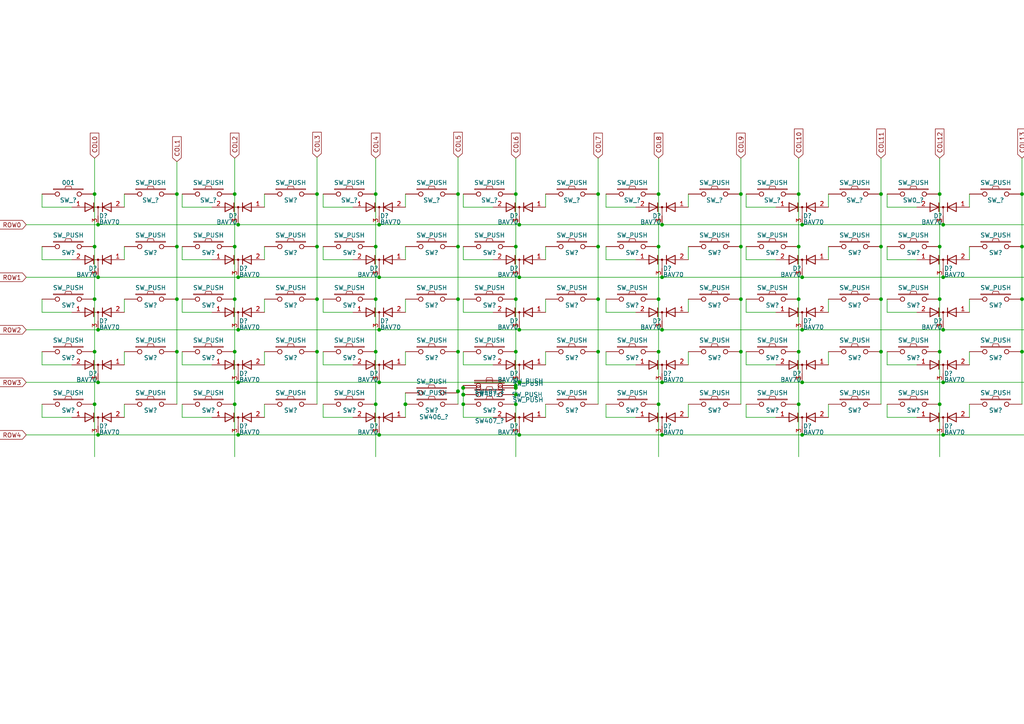
<source format=kicad_sch>
(kicad_sch (version 20211123) (generator eeschema)
  (paper "A4")
  (junction (at 232.664 126.1364))
  (junction (at 192.024 65.1764))
  (junction (at 109.982 126.1364))
  (junction (at 232.664 110.8964))
  (junction (at 109.982 80.4164))
  (junction (at 28.448 80.4164))
  (junction (at 28.448 126.1364))
  (junction (at 149.606 71.5264))
  (junction (at 191.008 86.7664))
  (junction (at 91.948 71.5264))
  (junction (at 108.966 56.2864))
  (junction (at 134.3914 114.4524))
  (junction (at 255.524 71.5264))
  (junction (at 27.432 86.7664))
  (junction (at 109.982 95.6564))
  (junction (at 192.024 110.8964))
  (junction (at 28.448 110.8964))
  (junction (at 273.558 65.1764))
  (junction (at 108.966 117.2464))
  (junction (at 149.606 114.4524))
  (junction (at 191.008 56.2864))
  (junction (at 272.542 117.2464))
  (junction (at 69.088 110.8964))
  (junction (at 173.482 71.5264))
  (junction (at 28.448 65.1764))
  (junction (at 27.432 56.2864))
  (junction (at 214.884 102.0064))
  (junction (at 108.966 102.0064))
  (junction (at 108.966 86.7664))
  (junction (at 173.482 102.0064))
  (junction (at 69.088 80.4164))
  (junction (at 296.418 56.2864))
  (junction (at 68.072 86.7664))
  (junction (at 231.648 117.2464))
  (junction (at 149.606 111.8108))
  (junction (at 134.366 114.4524))
  (junction (at 51.308 86.7664))
  (junction (at 27.432 71.5264))
  (junction (at 134.3152 112.4966))
  (junction (at 214.884 56.2864))
  (junction (at 255.524 102.0064))
  (junction (at 149.606 102.0064))
  (junction (at 313.182 56.2864))
  (junction (at 150.622 80.4164))
  (junction (at 149.5552 111.8108))
  (junction (at 132.842 86.7664))
  (junction (at 132.842 102.0064))
  (junction (at 173.482 86.7664))
  (junction (at 150.622 95.6564))
  (junction (at 296.418 102.0064))
  (junction (at 273.558 95.6564))
  (junction (at 231.648 71.5264))
  (junction (at 91.948 102.0064))
  (junction (at 108.966 71.5264))
  (junction (at 273.558 126.1364))
  (junction (at 134.3406 114.4524))
  (junction (at 231.648 56.2864))
  (junction (at 191.008 102.0064))
  (junction (at 68.072 71.5264))
  (junction (at 273.558 110.8964))
  (junction (at 132.842 71.5264))
  (junction (at 149.606 117.2464))
  (junction (at 255.524 56.2864))
  (junction (at 132.842 56.2864))
  (junction (at 191.008 117.2464))
  (junction (at 134.366 117.2464))
  (junction (at 214.884 71.5264))
  (junction (at 69.088 65.1764))
  (junction (at 149.606 56.2864))
  (junction (at 231.648 86.7664))
  (junction (at 273.558 80.4164))
  (junction (at 51.308 71.5264))
  (junction (at 231.648 102.0064))
  (junction (at 149.5806 112.4966))
  (junction (at 69.088 126.1364))
  (junction (at 150.622 110.8964))
  (junction (at 149.606 86.7664))
  (junction (at 149.606 112.4966))
  (junction (at 68.072 56.2864))
  (junction (at 132.8166 113.4872))
  (junction (at 69.088 95.6564))
  (junction (at 51.308 102.0064))
  (junction (at 91.948 56.2864))
  (junction (at 117.5766 117.2464))
  (junction (at 68.072 117.2464))
  (junction (at 109.982 110.8964))
  (junction (at 91.948 86.7664))
  (junction (at 51.308 56.2864))
  (junction (at 150.622 65.1764))
  (junction (at 214.884 86.7664))
  (junction (at 313.182 71.5264))
  (junction (at 134.3406 112.4966))
  (junction (at 272.542 86.7664))
  (junction (at 272.542 56.2864))
  (junction (at 173.482 56.2864))
  (junction (at 192.024 80.4164))
  (junction (at 109.982 65.1764))
  (junction (at 192.024 95.6564))
  (junction (at 191.008 71.5264))
  (junction (at 68.072 102.0064))
  (junction (at 27.432 117.2464))
  (junction (at 27.432 102.0064))
  (junction (at 232.664 65.1764))
  (junction (at 117.602 117.2464))
  (junction (at 272.542 102.0064))
  (junction (at 150.622 126.1364))
  (junction (at 272.542 71.5264))
  (junction (at 232.664 95.6564))
  (junction (at 296.418 86.7664))
  (junction (at 132.842 113.4872))
  (junction (at 255.524 86.7664))
  (junction (at 313.182 86.7664))
  (junction (at 313.182 102.0064))
  (junction (at 192.024 126.1364))
  (junction (at 232.664 80.4164))
  (junction (at 28.448 95.6564))
  (junction (at 296.418 71.5264))
  (junction (at 313.182 117.2464))
  (wire (pts (xy 297.942 102.0064) (xy 297.942 105.8164)))
  (wire (pts (xy 117.5766 113.9444) (xy 117.5766 117.2464)))
  (wire (pts (xy 297.942 56.2864) (xy 297.942 60.0964)))
  (wire (pts (xy 93.726 102.0064) (xy 93.726 105.8164)))
  (wire (pts (xy 93.726 71.5264) (xy 93.726 75.3364)))
  (wire (pts (xy 216.408 75.3364) (xy 225.044 75.3364)))
  (wire (pts (xy 149.5552 111.8108) (xy 149.606 111.8108)))
  (wire (pts (xy 149.5806 112.4966) (xy 149.606 112.4966)))
  (wire (pts (xy 117.602 71.5264) (xy 117.602 75.3364)))
  (wire (pts (xy 216.408 90.5764) (xy 225.044 90.5764)))
  (wire (pts (xy 273.558 126.1364) (xy 314.198 126.1364)))
  (wire (pts (xy 216.408 56.2864) (xy 216.408 60.0964)))
  (wire (pts (xy 150.622 110.8964) (xy 192.024 110.8964)))
  (wire (pts (xy 68.072 45.8724) (xy 68.072 56.2864)))
  (wire (pts (xy 175.768 105.8164) (xy 184.404 105.8164)))
  (wire (pts (xy 27.432 117.2464) (xy 27.432 132.4864)))
  (wire (pts (xy 52.832 86.7664) (xy 52.832 90.5764)))
  (wire (pts (xy 199.644 86.7664) (xy 199.644 90.5764)))
  (wire (pts (xy 191.008 102.0064) (xy 191.008 117.2464)))
  (wire (pts (xy 231.648 56.2864) (xy 231.648 71.5264)))
  (wire (pts (xy 255.524 56.2864) (xy 255.524 71.5264)))
  (wire (pts (xy 117.5766 117.2464) (xy 117.602 117.2464)))
  (wire (pts (xy 28.448 110.8964) (xy 69.088 110.8964)))
  (wire (pts (xy 150.622 126.1364) (xy 192.024 126.1364)))
  (wire (pts (xy 28.448 126.1364) (xy 69.088 126.1364)))
  (wire (pts (xy 132.842 102.0064) (xy 132.842 113.4872)))
  (wire (pts (xy 296.418 102.0064) (xy 296.418 117.2464)))
  (wire (pts (xy 216.408 105.8164) (xy 225.044 105.8164)))
  (wire (pts (xy 52.832 102.0064) (xy 52.832 105.8164)))
  (wire (pts (xy 52.832 56.2864) (xy 52.832 60.0964)))
  (wire (pts (xy 281.178 86.7664) (xy 281.178 90.5764)))
  (wire (pts (xy 134.366 102.0064) (xy 134.366 105.8164)))
  (wire (pts (xy 214.884 71.5264) (xy 214.884 86.7664)))
  (wire (pts (xy 158.242 71.5264) (xy 158.242 75.3364)))
  (wire (pts (xy 69.088 110.8964) (xy 109.982 110.8964)))
  (wire (pts (xy 257.302 102.0064) (xy 257.302 105.8164)))
  (wire (pts (xy 232.664 65.1764) (xy 273.558 65.1764)))
  (wire (pts (xy 27.432 45.8724) (xy 27.432 56.2864)))
  (wire (pts (xy 27.432 56.2864) (xy 27.432 71.5264)))
  (wire (pts (xy 199.644 102.0064) (xy 199.644 105.8164)))
  (wire (pts (xy 313.182 71.5264) (xy 313.182 86.7664)))
  (wire (pts (xy 134.366 105.8164) (xy 143.002 105.8164)))
  (wire (pts (xy 108.966 45.8724) (xy 108.966 56.2864)))
  (wire (pts (xy 51.308 56.2864) (xy 51.308 71.5264)))
  (wire (pts (xy 93.726 90.5764) (xy 102.362 90.5764)))
  (wire (pts (xy 257.302 86.7664) (xy 257.302 90.5764)))
  (wire (pts (xy 52.832 71.5264) (xy 52.832 75.3364)))
  (wire (pts (xy 149.606 56.2864) (xy 149.606 71.5264)))
  (wire (pts (xy 214.884 86.7664) (xy 214.884 102.0064)))
  (wire (pts (xy 191.008 45.8724) (xy 191.008 56.2864)))
  (wire (pts (xy 216.408 71.5264) (xy 216.408 75.3364)))
  (wire (pts (xy 76.708 117.2464) (xy 76.708 121.0564)))
  (wire (pts (xy 51.308 71.5264) (xy 51.308 86.7664)))
  (wire (pts (xy 108.966 56.2864) (xy 108.966 71.5264)))
  (wire (pts (xy 132.842 45.6184) (xy 132.842 56.2864)))
  (wire (pts (xy 132.842 86.7664) (xy 132.842 102.0064)))
  (wire (pts (xy 192.024 110.8964) (xy 232.664 110.8964)))
  (wire (pts (xy 255.524 71.5264) (xy 255.524 86.7664)))
  (wire (pts (xy 28.448 95.6564) (xy 69.088 95.6564)))
  (wire (pts (xy 199.644 117.2464) (xy 199.644 121.0564)))
  (wire (pts (xy 134.366 114.4524) (xy 134.366 117.2464)))
  (wire (pts (xy 199.644 71.5264) (xy 199.644 75.3364)))
  (wire (pts (xy 175.768 71.5264) (xy 175.768 75.3364)))
  (wire (pts (xy 36.068 56.2864) (xy 36.068 60.0964)))
  (wire (pts (xy 273.558 95.6564) (xy 314.198 95.6564)))
  (wire (pts (xy 192.024 126.1364) (xy 232.664 126.1364)))
  (wire (pts (xy 175.768 90.5764) (xy 184.404 90.5764)))
  (wire (pts (xy 36.068 86.7664) (xy 36.068 90.5764)))
  (wire (pts (xy 91.948 102.0064) (xy 91.948 117.2464)))
  (wire (pts (xy 108.966 117.2464) (xy 108.966 132.4864)))
  (wire (pts (xy 257.302 117.2464) (xy 257.302 121.0564)))
  (wire (pts (xy 313.182 117.2464) (xy 313.182 132.4864)))
  (wire (pts (xy 191.008 71.5264) (xy 191.008 86.7664)))
  (wire (pts (xy 117.602 56.2864) (xy 117.602 60.0964)))
  (wire (pts (xy 27.432 71.5264) (xy 27.432 86.7664)))
  (wire (pts (xy 273.558 110.8964) (xy 314.198 110.8964)))
  (wire (pts (xy 297.942 105.8164) (xy 306.578 105.8164)))
  (wire (pts (xy 257.302 90.5764) (xy 265.938 90.5764)))
  (wire (pts (xy 91.948 86.7664) (xy 91.948 102.0064)))
  (wire (pts (xy 149.606 86.7664) (xy 149.606 102.0064)))
  (wire (pts (xy 132.842 113.4872) (xy 132.842 117.2464)))
  (wire (pts (xy 297.942 86.7664) (xy 297.942 90.5764)))
  (wire (pts (xy 132.8166 113.4872) (xy 132.842 113.4872)))
  (wire (pts (xy 68.072 117.2464) (xy 68.072 132.4864)))
  (wire (pts (xy 175.768 75.3364) (xy 184.404 75.3364)))
  (wire (pts (xy 134.3406 114.4524) (xy 134.366 114.4524)))
  (wire (pts (xy 149.606 71.5264) (xy 149.606 86.7664)))
  (wire (pts (xy 149.606 117.2464) (xy 149.606 132.4864)))
  (wire (pts (xy 69.088 126.1364) (xy 109.982 126.1364)))
  (wire (pts (xy 281.178 56.2864) (xy 281.178 60.0964)))
  (wire (pts (xy 216.408 121.0564) (xy 225.044 121.0564)))
  (wire (pts (xy 281.178 117.2464) (xy 281.178 121.0564)))
  (wire (pts (xy 132.842 71.5264) (xy 132.842 86.7664)))
  (wire (pts (xy 173.482 71.5264) (xy 173.482 86.7664)))
  (wire (pts (xy 272.542 56.2864) (xy 272.542 71.5264)))
  (wire (pts (xy 231.648 86.7664) (xy 231.648 102.0064)))
  (wire (pts (xy 175.768 121.0564) (xy 184.404 121.0564)))
  (wire (pts (xy 313.182 56.2864) (xy 313.182 71.5264)))
  (wire (pts (xy 232.664 110.8964) (xy 273.558 110.8964)))
  (wire (pts (xy 175.768 102.0064) (xy 175.768 105.8164)))
  (wire (pts (xy 231.648 117.2464) (xy 231.648 132.4864)))
  (wire (pts (xy 108.966 86.7664) (xy 108.966 102.0064)))
  (wire (pts (xy 272.542 86.7664) (xy 272.542 102.0064)))
  (wire (pts (xy 150.622 65.1764) (xy 192.024 65.1764)))
  (wire (pts (xy 313.182 45.8724) (xy 313.182 56.2864)))
  (wire (pts (xy 93.726 56.2864) (xy 93.726 60.0964)))
  (wire (pts (xy 240.284 117.2464) (xy 240.284 121.0564)))
  (wire (pts (xy 216.408 60.0964) (xy 225.044 60.0964)))
  (wire (pts (xy 297.942 121.0564) (xy 306.578 121.0564)))
  (wire (pts (xy 76.708 86.7664) (xy 76.708 90.5764)))
  (wire (pts (xy 12.192 86.7664) (xy 12.192 90.5764)))
  (wire (pts (xy 68.072 102.0064) (xy 68.072 117.2464)))
  (wire (pts (xy 232.664 80.4164) (xy 273.558 80.4164)))
  (wire (pts (xy 108.966 102.0064) (xy 108.966 117.2464)))
  (wire (pts (xy 134.3152 112.4966) (xy 134.3406 112.4966)))
  (wire (pts (xy 109.982 95.6564) (xy 150.622 95.6564)))
  (wire (pts (xy 68.072 56.2864) (xy 68.072 71.5264)))
  (wire (pts (xy 52.832 121.0564) (xy 61.468 121.0564)))
  (wire (pts (xy 191.008 117.2464) (xy 191.008 132.4864)))
  (wire (pts (xy 52.832 105.8164) (xy 61.468 105.8164)))
  (wire (pts (xy 192.024 95.6564) (xy 232.664 95.6564)))
  (wire (pts (xy 257.302 105.8164) (xy 265.938 105.8164)))
  (wire (pts (xy 69.088 80.4164) (xy 109.982 80.4164)))
  (wire (pts (xy 134.3406 112.4966) (xy 134.3406 114.4524)))
  (wire (pts (xy 150.622 80.4164) (xy 192.024 80.4164)))
  (wire (pts (xy 175.768 56.2864) (xy 175.768 60.0964)))
  (wire (pts (xy 7.62 65.1764) (xy 28.448 65.1764)))
  (wire (pts (xy 313.182 102.0064) (xy 313.182 117.2464)))
  (wire (pts (xy 296.418 56.2864) (xy 296.418 71.5264)))
  (wire (pts (xy 216.408 86.7664) (xy 216.408 90.5764)))
  (wire (pts (xy 232.664 95.6564) (xy 273.558 95.6564)))
  (wire (pts (xy 93.726 75.3364) (xy 102.362 75.3364)))
  (wire (pts (xy 52.832 75.3364) (xy 61.468 75.3364)))
  (wire (pts (xy 214.884 56.2864) (xy 214.884 45.8724)))
  (wire (pts (xy 134.366 75.3364) (xy 143.002 75.3364)))
  (wire (pts (xy 51.308 102.0064) (xy 51.308 117.2464)))
  (wire (pts (xy 134.3152 111.8108) (xy 134.3152 112.4966)))
  (wire (pts (xy 214.884 56.2864) (xy 214.884 71.5264)))
  (wire (pts (xy 93.726 86.7664) (xy 93.726 90.5764)))
  (wire (pts (xy 192.024 65.1764) (xy 232.664 65.1764)))
  (wire (pts (xy 7.62 80.4164) (xy 28.448 80.4164)))
  (wire (pts (xy 134.366 56.2864) (xy 134.366 60.0964)))
  (wire (pts (xy 257.302 71.5264) (xy 257.302 75.3364)))
  (wire (pts (xy 216.408 102.0064) (xy 216.408 105.8164)))
  (wire (pts (xy 158.242 86.7664) (xy 158.242 90.5764)))
  (wire (pts (xy 7.62 110.8964) (xy 28.448 110.8964)))
  (wire (pts (xy 134.366 86.7664) (xy 134.366 90.5764)))
  (wire (pts (xy 117.602 102.0064) (xy 117.602 105.8164)))
  (wire (pts (xy 93.726 60.0964) (xy 102.362 60.0964)))
  (wire (pts (xy 158.242 56.2864) (xy 158.242 60.0964)))
  (wire (pts (xy 173.482 56.2864) (xy 173.482 71.5264)))
  (wire (pts (xy 109.982 65.1764) (xy 150.622 65.1764)))
  (wire (pts (xy 12.192 121.0564) (xy 20.828 121.0564)))
  (wire (pts (xy 257.302 75.3364) (xy 265.938 75.3364)))
  (wire (pts (xy 240.284 56.2864) (xy 240.284 60.0964)))
  (wire (pts (xy 173.482 102.0064) (xy 173.482 117.2464)))
  (wire (pts (xy 93.726 117.2464) (xy 93.726 121.0564)))
  (wire (pts (xy 91.948 71.5264) (xy 91.948 86.7664)))
  (wire (pts (xy 199.644 56.2864) (xy 199.644 60.0964)))
  (wire (pts (xy 36.068 102.0064) (xy 36.068 105.8164)))
  (wire (pts (xy 281.178 102.0064) (xy 281.178 105.8164)))
  (wire (pts (xy 240.284 102.0064) (xy 240.284 105.8164)))
  (wire (pts (xy 134.366 71.5264) (xy 134.366 75.3364)))
  (wire (pts (xy 149.606 111.8108) (xy 149.606 112.4966)))
  (wire (pts (xy 149.606 114.4524) (xy 149.606 117.2464)))
  (wire (pts (xy 134.366 121.0564) (xy 143.002 121.0564)))
  (wire (pts (xy 134.366 117.2464) (xy 134.366 121.0564)))
  (wire (pts (xy 297.942 90.5764) (xy 306.578 90.5764)))
  (wire (pts (xy 173.482 45.8724) (xy 173.482 56.2864)))
  (wire (pts (xy 91.948 45.6184) (xy 91.948 56.2864)))
  (wire (pts (xy 175.768 60.0964) (xy 184.404 60.0964)))
  (wire (pts (xy 91.948 56.2864) (xy 91.948 71.5264)))
  (wire (pts (xy 272.542 45.8724) (xy 272.542 56.2864)))
  (wire (pts (xy 232.664 126.1364) (xy 273.558 126.1364)))
  (wire (pts (xy 27.432 86.7664) (xy 27.432 102.0064)))
  (wire (pts (xy 175.768 117.2464) (xy 175.768 121.0564)))
  (wire (pts (xy 108.966 71.5264) (xy 108.966 86.7664)))
  (wire (pts (xy 255.524 86.7664) (xy 255.524 102.0064)))
  (wire (pts (xy 12.192 75.3364) (xy 20.828 75.3364)))
  (wire (pts (xy 297.942 117.2464) (xy 297.942 121.0564)))
  (wire (pts (xy 109.982 80.4164) (xy 150.622 80.4164)))
  (wire (pts (xy 313.182 86.7664) (xy 313.182 102.0064)))
  (wire (pts (xy 297.942 71.5264) (xy 297.942 75.3364)))
  (wire (pts (xy 150.622 95.6564) (xy 192.024 95.6564)))
  (wire (pts (xy 134.366 114.4524) (xy 134.3914 114.4524)))
  (wire (pts (xy 12.192 117.2464) (xy 12.192 121.0564)))
  (wire (pts (xy 175.768 86.7664) (xy 175.768 90.5764)))
  (wire (pts (xy 296.418 86.7664) (xy 296.418 102.0064)))
  (wire (pts (xy 76.708 56.2864) (xy 76.708 60.0964)))
  (wire (pts (xy 272.542 117.2464) (xy 272.542 132.4864)))
  (wire (pts (xy 296.418 71.5264) (xy 296.418 86.7664)))
  (wire (pts (xy 52.832 90.5764) (xy 61.468 90.5764)))
  (wire (pts (xy 255.524 56.2864) (xy 255.524 45.8724)))
  (wire (pts (xy 216.408 117.2464) (xy 216.408 121.0564)))
  (wire (pts (xy 76.708 102.0064) (xy 76.708 105.8164)))
  (wire (pts (xy 273.558 65.1764) (xy 314.198 65.1764)))
  (wire (pts (xy 191.008 86.7664) (xy 191.008 102.0064)))
  (wire (pts (xy 69.088 65.1764) (xy 109.982 65.1764)))
  (wire (pts (xy 12.192 102.0064) (xy 12.192 105.8164)))
  (wire (pts (xy 36.068 71.5264) (xy 36.068 75.3364)))
  (wire (pts (xy 240.284 86.7664) (xy 240.284 90.5764)))
  (wire (pts (xy 52.832 117.2464) (xy 52.832 121.0564)))
  (wire (pts (xy 257.302 121.0564) (xy 265.938 121.0564)))
  (wire (pts (xy 214.884 102.0064) (xy 214.884 117.2464)))
  (wire (pts (xy 240.284 71.5264) (xy 240.284 75.3364)))
  (wire (pts (xy 51.308 86.7664) (xy 51.308 102.0064)))
  (wire (pts (xy 231.648 102.0064) (xy 231.648 117.2464)))
  (wire (pts (xy 68.072 71.5264) (xy 68.072 86.7664)))
  (wire (pts (xy 191.008 56.2864) (xy 191.008 71.5264)))
  (wire (pts (xy 273.558 80.4164) (xy 314.198 80.4164)))
  (wire (pts (xy 12.192 71.5264) (xy 12.192 75.3364)))
  (wire (pts (xy 134.366 60.0964) (xy 143.002 60.0964)))
  (wire (pts (xy 109.982 126.1364) (xy 150.622 126.1364)))
  (wire (pts (xy 257.302 56.2864) (xy 257.302 60.0964)))
  (wire (pts (xy 272.542 102.0064) (xy 272.542 117.2464)))
  (wire (pts (xy 12.192 90.5764) (xy 20.828 90.5764)))
  (wire (pts (xy 68.072 86.7664) (xy 68.072 102.0064)))
  (wire (pts (xy 132.842 56.2864) (xy 132.842 71.5264)))
  (wire (pts (xy 149.606 112.4966) (xy 149.606 114.4524)))
  (wire (pts (xy 231.648 45.8724) (xy 231.648 56.2864)))
  (wire (pts (xy 281.178 71.5264) (xy 281.178 75.3364)))
  (wire (pts (xy 12.192 105.8164) (xy 20.828 105.8164)))
  (wire (pts (xy 27.432 102.0064) (xy 27.432 117.2464)))
  (wire (pts (xy 149.606 45.8724) (xy 149.606 56.2864)))
  (wire (pts (xy 76.708 71.5264) (xy 76.708 75.3364)))
  (wire (pts (xy 12.192 56.2864) (xy 12.192 60.0964)))
  (wire (pts (xy 7.62 95.6564) (xy 28.448 95.6564)))
  (wire (pts (xy 257.302 60.0964) (xy 265.938 60.0964)))
  (wire (pts (xy 231.648 71.5264) (xy 231.648 86.7664)))
  (wire (pts (xy 93.726 105.8164) (xy 102.362 105.8164)))
  (wire (pts (xy 272.542 71.5264) (xy 272.542 86.7664)))
  (wire (pts (xy 255.524 102.0064) (xy 255.524 117.2464)))
  (wire (pts (xy 36.068 117.2464) (xy 36.068 121.0564)))
  (wire (pts (xy 192.024 80.4164) (xy 232.664 80.4164)))
  (wire (pts (xy 149.606 102.0064) (xy 149.606 111.8108)))
  (wire (pts (xy 7.62 126.1364) (xy 28.448 126.1364)))
  (wire (pts (xy 134.366 90.5764) (xy 143.002 90.5764)))
  (wire (pts (xy 28.448 80.4164) (xy 69.088 80.4164)))
  (wire (pts (xy 28.448 65.1764) (xy 69.088 65.1764)))
  (wire (pts (xy 51.308 46.8884) (xy 51.308 56.2864)))
  (wire (pts (xy 297.942 60.0964) (xy 306.578 60.0964)))
  (wire (pts (xy 297.942 75.3364) (xy 306.578 75.3364)))
  (wire (pts (xy 117.602 117.2464) (xy 117.602 121.0564)))
  (wire (pts (xy 52.832 60.0964) (xy 61.468 60.0964)))
  (wire (pts (xy 173.482 86.7664) (xy 173.482 102.0064)))
  (wire (pts (xy 158.242 117.2464) (xy 158.242 121.0564)))
  (wire (pts (xy 132.8166 113.9444) (xy 132.8166 113.4872)))
  (wire (pts (xy 109.982 110.8964) (xy 150.622 110.8964)))
  (wire (pts (xy 158.242 102.0064) (xy 158.242 105.8164)))
  (wire (pts (xy 69.088 95.6564) (xy 109.982 95.6564)))
  (wire (pts (xy 117.602 86.7664) (xy 117.602 90.5764)))
  (wire (pts (xy 296.418 56.2864) (xy 296.418 45.8724)))
  (wire (pts (xy 12.192 60.0964) (xy 20.828 60.0964)))
  (wire (pts (xy 93.726 121.0564) (xy 102.362 121.0564)))
  (global_label "COL7" (shape input) (at 173.482 45.8724 90) (property "Intersheet References" "${INTERSHEET_REFS}" (effects hide)))
  (global_label "COL2" (shape input) (at 68.072 45.8724 90) (property "Intersheet References" "${INTERSHEET_REFS}" (effects hide)))
  (global_label "COL12" (shape input) (at 272.542 45.8724 90) (property "Intersheet References" "${INTERSHEET_REFS}" (effects hide)))
  (global_label "ROW1" (shape input) (at 7.62 80.4164 180) (property "Intersheet References" "${INTERSHEET_REFS}" (effects hide)))
  (global_label "COL4" (shape input) (at 108.966 45.8724 90) (property "Intersheet References" "${INTERSHEET_REFS}" (effects hide)))
  (global_label "COL11" (shape input) (at 255.524 45.8724 90) (property "Intersheet References" "${INTERSHEET_REFS}" (effects hide)))
  (global_label "COL3" (shape input) (at 91.948 45.6184 90) (property "Intersheet References" "${INTERSHEET_REFS}" (effects hide)))
  (global_label "ROW0" (shape input) (at 7.62 65.1764 180) (property "Intersheet References" "${INTERSHEET_REFS}" (effects hide)))
  (global_label "COL0" (shape input) (at 27.432 45.8724 90) (property "Intersheet References" "${INTERSHEET_REFS}" (effects hide)))
  (global_label "COL9" (shape input) (at 214.884 45.8724 90) (property "Intersheet References" "${INTERSHEET_REFS}" (effects hide)))
  (global_label "COL6" (shape input) (at 149.606 45.8724 90) (property "Intersheet References" "${INTERSHEET_REFS}" (effects hide)))
  (global_label "COL14" (shape input) (at 313.182 45.8724 90) (property "Intersheet References" "${INTERSHEET_REFS}" (effects hide)))
  (global_label "COL13" (shape input) (at 296.418 45.8724 90) (property "Intersheet References" "${INTERSHEET_REFS}" (effects hide)))
  (global_label "ROW4" (shape input) (at 7.62 126.1364 180) (property "Intersheet References" "${INTERSHEET_REFS}" (effects hide)))
  (global_label "COL1" (shape input) (at 51.308 46.8884 90) (property "Intersheet References" "${INTERSHEET_REFS}" (effects hide)))
  (global_label "COL5" (shape input) (at 132.842 45.6184 90) (property "Intersheet References" "${INTERSHEET_REFS}" (effects hide)))
  (global_label "COL8" (shape input) (at 191.008 45.8724 90) (property "Intersheet References" "${INTERSHEET_REFS}" (effects hide)))
  (global_label "COL10" (shape input) (at 231.648 45.8724 90) (property "Intersheet References" "${INTERSHEET_REFS}" (effects hide)))
  (global_label "ROW3" (shape input) (at 7.62 110.8964 180) (property "Intersheet References" "${INTERSHEET_REFS}" (effects hide)))
  (global_label "ROW2" (shape input) (at 7.62 95.6564 180) (property "Intersheet References" "${INTERSHEET_REFS}" (effects hide)))
  (symbol (lib_id "cipulot_parts:SW_PUSH") (at 207.264 86.7664 0) (unit 1)
    (property "Reference" "SW?" (at 207.264 88.5444 0))
    (property "Value" "SW_PUSH" (at 207.264 83.4644 0))
    (property "Footprint" "kbd:keyswitch_cherrymx_alps_combo" (effects hide))
  )
  (symbol (lib_id "Diode:BAV70") (at 232.664 90.5764 0) (unit 1)
    (property "Reference" "D?" (at 234.188 93.1164 0))
    (property "Value" "BAV70" (at 235.966 94.8944 0))
    (property "Footprint" "Package_TO_SOT_SMD:SOT-23" (effects hide))
    (property "Datasheet" "https://assets.nexperia.com/documents/data-sheet/BAV70_SER.pdf" (effects hide))
  )
  (symbol (lib_id "cipulot_parts:SW_PUSH") (at 247.904 102.0064 0) (unit 1)
    (property "Reference" "SW?" (at 247.904 103.7844 0))
    (property "Value" "SW_PUSH" (at 247.904 98.7044 0))
    (property "Footprint" "kbd:keyswitch_cherrymx_alps_combo" (effects hide))
  )
  (symbol (lib_id "cipulot_parts:SW_PUSH") (at 264.922 56.2864 0) (unit 1)
    (property "Reference" "SW0_?" (at 264.922 58.0644 0))
    (property "Value" "SW_PUSH" (at 264.922 52.9844 0))
    (property "Footprint" "kbd:keyswitch_cherrymx_alps_combo" (effects hide))
  )
  (symbol (lib_id "cipulot_parts:SW_PUSH") (at 305.562 71.5264 0) (unit 1)
    (property "Reference" "SW?" (at 305.562 73.3044 0))
    (property "Value" "SW_PUSH" (at 305.562 68.2244 0))
    (property "Footprint" "kbd:keyswitch_cherrymx_alps_combo" (effects hide))
  )
  (symbol (lib_id "cipulot_parts:SW_PUSH") (at 165.862 56.2864 0) (unit 1)
    (property "Reference" "SW_?" (at 165.862 58.0644 0))
    (property "Value" "SW_PUSH" (at 165.862 52.9844 0))
    (property "Footprint" "kbd:keyswitch_cherrymx_alps_combo" (effects hide))
  )
  (symbol (lib_id "cipulot_parts:SW_PUSH") (at 125.222 71.5264 0) (unit 1)
    (property "Reference" "SW?" (at 125.222 73.3044 0))
    (property "Value" "SW_PUSH" (at 125.222 68.2244 0))
    (property "Footprint" "kbd:keyswitch_cherrymx_alps_combo" (effects hide))
  )
  (symbol (lib_id "cipulot_parts:SW_PUSH") (at 43.688 71.5264 0) (unit 1)
    (property "Reference" "SW?" (at 43.688 73.3044 0))
    (property "Value" "SW_PUSH" (at 43.688 68.2244 0))
    (property "Footprint" "kbd:keyswitch_cherrymx_alps_combo" (effects hide))
  )
  (symbol (lib_id "cipulot_parts:SW_PUSH") (at 207.264 102.0064 0) (unit 1)
    (property "Reference" "SW?" (at 207.264 103.7844 0))
    (property "Value" "SW_PUSH" (at 207.264 98.7044 0))
    (property "Footprint" "kbd:keyswitch_cherrymx_alps_combo" (effects hide))
  )
  (symbol (lib_id "cipulot_parts:SW_PUSH") (at 141.986 114.4524 0) (unit 1)
    (property "Reference" "SW407_?" (at 141.986 122.0724 0))
    (property "Value" "SW_PUSH" (at 152.908 114.4524 0))
    (property "Footprint" "kbd:keyswitch_cherrymx_alps_combo" (effects hide))
  )
  (symbol (lib_id "cipulot_parts:SW_PUSH") (at 19.812 117.2464 0) (unit 1)
    (property "Reference" "SW?" (at 19.812 119.0244 0))
    (property "Value" "SW_PUSH" (at 19.812 113.9444 0))
    (property "Footprint" "kbd:keyswitch_cherrymx_alps_combo" (effects hide))
  )
  (symbol (lib_id "Diode:BAV70") (at 192.024 105.8164 0) (unit 1)
    (property "Reference" "D?" (at 193.548 108.3564 0))
    (property "Value" "BAV70" (at 195.326 110.1344 0))
    (property "Footprint" "Package_TO_SOT_SMD:SOT-23" (effects hide))
    (property "Datasheet" "https://assets.nexperia.com/documents/data-sheet/BAV70_SER.pdf" (effects hide))
  )
  (symbol (lib_id "cipulot_parts:SW_PUSH") (at 43.688 117.2464 0) (unit 1)
    (property "Reference" "SW?" (at 43.688 119.0244 0))
    (property "Value" "SW_PUSH" (at 43.688 113.9444 0))
    (property "Footprint" "kbd:keyswitch_cherrymx_alps_combo" (effects hide))
  )
  (symbol (lib_id "cipulot_parts:SW_PUSH") (at 247.904 71.5264 0) (unit 1)
    (property "Reference" "SW?" (at 247.904 73.3044 0))
    (property "Value" "SW_PUSH" (at 247.904 68.2244 0))
    (property "Footprint" "kbd:keyswitch_cherrymx_alps_combo" (effects hide))
  )
  (symbol (lib_id "Diode:BAV70") (at 273.558 90.5764 0) (mirror y) (unit 1)
    (property "Reference" "D?" (at 272.034 93.1164 0))
    (property "Value" "BAV70" (at 270.256 94.8944 0))
    (property "Footprint" "Package_TO_SOT_SMD:SOT-23" (effects hide))
    (property "Datasheet" "https://assets.nexperia.com/documents/data-sheet/BAV70_SER.pdf" (effects hide))
  )
  (symbol (lib_id "Diode:BAV70") (at 28.448 60.0964 0) (unit 1)
    (property "Reference" "D?" (at 29.972 62.6364 0))
    (property "Value" "BAV70" (at 31.75 64.4144 0))
    (property "Footprint" "Package_TO_SOT_SMD:SOT-23" (effects hide))
    (property "Datasheet" "https://assets.nexperia.com/documents/data-sheet/BAV70_SER.pdf" (effects hide))
  )
  (symbol (lib_id "Diode:BAV70") (at 273.558 121.0564 0) (unit 1)
    (property "Reference" "D?" (at 275.082 123.5964 0))
    (property "Value" "BAV70" (at 276.86 125.3744 0))
    (property "Footprint" "Package_TO_SOT_SMD:SOT-23" (effects hide))
    (property "Datasheet" "https://assets.nexperia.com/documents/data-sheet/BAV70_SER.pdf" (effects hide))
  )
  (symbol (lib_id "cipulot_parts:SW_PUSH") (at 247.904 86.7664 0) (unit 1)
    (property "Reference" "SW?" (at 247.904 88.5444 0))
    (property "Value" "SW_PUSH" (at 247.904 83.4644 0))
    (property "Footprint" "kbd:keyswitch_cherrymx_alps_combo" (effects hide))
  )
  (symbol (lib_id "cipulot_parts:SW_PUSH") (at 125.222 117.2464 0) (unit 1)
    (property "Reference" "SW?" (at 125.222 119.0244 0))
    (property "Value" "SW_PUSH" (at 125.222 113.9444 0))
    (property "Footprint" "kbd:keyswitch_cherrymx_alps_combo" (effects hide))
  )
  (symbol (lib_id "cipulot_parts:SW_PUSH") (at 101.346 117.2464 0) (unit 1)
    (property "Reference" "SW?" (at 101.346 119.0244 0))
    (property "Value" "SW_PUSH" (at 101.346 113.9444 0))
    (property "Footprint" "kbd:keyswitch_cherrymx_alps_combo" (effects hide))
  )
  (symbol (lib_id "cipulot_parts:SW_PUSH") (at 165.862 117.2464 0) (unit 1)
    (property "Reference" "SW?" (at 165.862 119.0244 0))
    (property "Value" "SW_PUSH" (at 165.862 113.9444 0))
    (property "Footprint" "kbd:keyswitch_cherrymx_alps_combo" (effects hide))
  )
  (symbol (lib_id "Diode:BAV70") (at 109.982 105.8164 0) (mirror y) (unit 1)
    (property "Reference" "D?" (at 108.458 108.3564 0))
    (property "Value" "BAV70" (at 106.68 110.1344 0))
    (property "Footprint" "Package_TO_SOT_SMD:SOT-23" (effects hide))
    (property "Datasheet" "https://assets.nexperia.com/documents/data-sheet/BAV70_SER.pdf" (effects hide))
  )
  (symbol (lib_id "cipulot_parts:SW_PUSH") (at 183.388 117.2464 0) (unit 1)
    (property "Reference" "SW?" (at 183.388 119.0244 0))
    (property "Value" "SW_PUSH" (at 183.388 113.9444 0))
    (property "Footprint" "kbd:keyswitch_cherrymx_alps_combo" (effects hide))
  )
  (symbol (lib_id "cipulot_parts:SW_PUSH") (at 141.986 102.0064 0) (unit 1)
    (property "Reference" "SW?" (at 141.986 103.7844 0))
    (property "Value" "SW_PUSH" (at 141.986 98.7044 0))
    (property "Footprint" "kbd:keyswitch_cherrymx_alps_combo" (effects hide))
  )
  (symbol (lib_id "cipulot_parts:SW_PUSH") (at 19.812 56.2864 0) (unit 1)
    (property "Reference" "SW_?" (at 19.812 58.0644 0))
    (property "Value" "001" (at 19.812 52.9844 0))
    (property "Footprint" "kbd:keyswitch_cherrymx_alps_combo" (effects hide))
  )
  (symbol (lib_id "cipulot_parts:SW_PUSH") (at 43.688 56.2864 0) (unit 1)
    (property "Reference" "SW_?" (at 43.688 58.0644 0))
    (property "Value" "SW_PUSH" (at 43.688 52.9844 0))
    (property "Footprint" "kbd:keyswitch_cherrymx_alps_combo" (effects hide))
  )
  (symbol (lib_id "cipulot_parts:SW_PUSH") (at 183.388 71.5264 0) (unit 1)
    (property "Reference" "SW?" (at 183.388 73.3044 0))
    (property "Value" "SW_PUSH" (at 183.388 68.2244 0))
    (property "Footprint" "kbd:keyswitch_cherrymx_alps_combo" (effects hide))
  )
  (symbol (lib_id "Diode:BAV70") (at 150.622 75.3364 0) (mirror y) (unit 1)
    (property "Reference" "D?" (at 149.098 77.8764 0))
    (property "Value" "BAV70" (at 147.32 79.6544 0))
    (property "Footprint" "Package_TO_SOT_SMD:SOT-23" (effects hide))
    (property "Datasheet" "https://assets.nexperia.com/documents/data-sheet/BAV70_SER.pdf" (effects hide))
  )
  (symbol (lib_id "Diode:BAV70") (at 109.982 121.0564 0) (mirror y) (unit 1)
    (property "Reference" "D?" (at 108.458 123.5964 0))
    (property "Value" "BAV70" (at 106.68 125.3744 0))
    (property "Footprint" "Package_TO_SOT_SMD:SOT-23" (effects hide))
    (property "Datasheet" "https://assets.nexperia.com/documents/data-sheet/BAV70_SER.pdf" (effects hide))
  )
  (symbol (lib_id "Diode:BAV70") (at 192.024 75.3364 0) (unit 1)
    (property "Reference" "D?" (at 193.548 77.8764 0))
    (property "Value" "BAV70" (at 195.326 79.6544 0))
    (property "Footprint" "Package_TO_SOT_SMD:SOT-23" (effects hide))
    (property "Datasheet" "https://assets.nexperia.com/documents/data-sheet/BAV70_SER.pdf" (effects hide))
  )
  (symbol (lib_id "Diode:BAV70") (at 28.448 75.3364 0) (mirror y) (unit 1)
    (property "Reference" "D?" (at 26.924 77.8764 0))
    (property "Value" "BAV70" (at 25.146 79.6544 0))
    (property "Footprint" "Package_TO_SOT_SMD:SOT-23" (effects hide))
    (property "Datasheet" "https://assets.nexperia.com/documents/data-sheet/BAV70_SER.pdf" (effects hide))
  )
  (symbol (lib_id "cipulot_parts:SW_PUSH") (at 305.562 102.0064 0) (unit 1)
    (property "Reference" "SW?" (at 305.562 103.7844 0))
    (property "Value" "SW_PUSH" (at 305.562 98.7044 0))
    (property "Footprint" "kbd:keyswitch_cherrymx_alps_combo" (effects hide))
  )
  (symbol (lib_id "Diode:BAV70") (at 273.558 105.8164 0) (unit 1)
    (property "Reference" "D?" (at 275.082 108.3564 0))
    (property "Value" "BAV70" (at 276.86 110.1344 0))
    (property "Footprint" "Package_TO_SOT_SMD:SOT-23" (effects hide))
    (property "Datasheet" "https://assets.nexperia.com/documents/data-sheet/BAV70_SER.pdf" (effects hide))
  )
  (symbol (lib_id "cipulot_parts:SW_PUSH") (at 288.798 102.0064 0) (unit 1)
    (property "Reference" "SW?" (at 288.798 103.7844 0))
    (property "Value" "SW_PUSH" (at 288.798 98.7044 0))
    (property "Footprint" "kbd:keyswitch_cherrymx_alps_combo" (effects hide))
  )
  (symbol (lib_id "Diode:BAV70") (at 232.664 105.8164 0) (mirror y) (unit 1)
    (property "Reference" "D?" (at 231.14 108.3564 0))
    (property "Value" "BAV70" (at 229.362 110.1344 0))
    (property "Footprint" "Package_TO_SOT_SMD:SOT-23" (effects hide))
    (property "Datasheet" "https://assets.nexperia.com/documents/data-sheet/BAV70_SER.pdf" (effects hide))
  )
  (symbol (lib_id "cipulot_parts:SW_PUSH") (at 207.264 71.5264 0) (unit 1)
    (property "Reference" "SW?" (at 207.264 73.3044 0))
    (property "Value" "SW_PUSH" (at 207.264 68.2244 0))
    (property "Footprint" "kbd:keyswitch_cherrymx_alps_combo" (effects hide))
  )
  (symbol (lib_id "Diode:BAV70") (at 150.622 90.5764 0) (mirror y) (unit 1)
    (property "Reference" "D?" (at 149.098 93.1164 0))
    (property "Value" "BAV70" (at 147.32 94.8944 0))
    (property "Footprint" "Package_TO_SOT_SMD:SOT-23" (effects hide))
    (property "Datasheet" "https://assets.nexperia.com/documents/data-sheet/BAV70_SER.pdf" (effects hide))
  )
  (symbol (lib_id "Diode:BAV70") (at 28.448 121.0564 0) (unit 1)
    (property "Reference" "D?" (at 29.972 123.5964 0))
    (property "Value" "BAV70" (at 31.75 125.3744 0))
    (property "Footprint" "Package_TO_SOT_SMD:SOT-23" (effects hide))
    (property "Datasheet" "https://assets.nexperia.com/documents/data-sheet/BAV70_SER.pdf" (effects hide))
  )
  (symbol (lib_id "Diode:BAV70") (at 232.664 121.0564 0) (unit 1)
    (property "Reference" "D?" (at 234.188 123.5964 0))
    (property "Value" "BAV70" (at 235.966 125.3744 0))
    (property "Footprint" "Package_TO_SOT_SMD:SOT-23" (effects hide))
    (property "Datasheet" "https://assets.nexperia.com/documents/data-sheet/BAV70_SER.pdf" (effects hide))
  )
  (symbol (lib_id "cipulot_parts:SW_PUSH") (at 84.328 56.2864 0) (unit 1)
    (property "Reference" "SW?" (at 84.328 58.0644 0))
    (property "Value" "SW_PUSH" (at 84.328 52.9844 0))
    (property "Footprint" "kbd:keyswitch_cherrymx_alps_combo" (effects hide))
  )
  (symbol (lib_id "cipulot_parts:SW_PUSH") (at 224.028 56.2864 0) (unit 1)
    (property "Reference" "SW_?" (at 224.028 58.0644 0))
    (property "Value" "SW_PUSH" (at 224.028 52.9844 0))
    (property "Footprint" "kbd:keyswitch_cherrymx_alps_combo" (effects hide))
  )
  (symbol (lib_id "cipulot_parts:SW_PUSH") (at 60.452 71.5264 0) (unit 1)
    (property "Reference" "SW?" (at 60.452 73.3044 0))
    (property "Value" "SW_PUSH" (at 60.452 68.2244 0))
    (property "Footprint" "kbd:keyswitch_cherrymx_alps_combo" (effects hide))
  )
  (symbol (lib_id "Diode:BAV70") (at 69.088 90.5764 0) (unit 1)
    (property "Reference" "D?" (at 70.612 93.1164 0))
    (property "Value" "BAV70" (at 72.39 94.8944 0))
    (property "Footprint" "Package_TO_SOT_SMD:SOT-23" (effects hide))
    (property "Datasheet" "https://assets.nexperia.com/documents/data-sheet/BAV70_SER.pdf" (effects hide))
  )
  (symbol (lib_id "cipulot_parts:SW_PUSH") (at 288.798 56.2864 0) (unit 1)
    (property "Reference" "SW_?" (at 288.798 58.0644 0))
    (property "Value" "SW_PUSH" (at 288.798 52.9844 0))
    (property "Footprint" "kbd:keyswitch_cherrymx_alps_combo" (effects hide))
  )
  (symbol (lib_id "cipulot_parts:SW_PUSH") (at 141.986 56.2864 0) (unit 1)
    (property "Reference" "SW_?" (at 141.986 58.0644 0))
    (property "Value" "SW_PUSH" (at 141.986 52.9844 0))
    (property "Footprint" "kbd:keyswitch_cherrymx_alps_combo" (effects hide))
  )
  (symbol (lib_id "Diode:BAV70") (at 109.982 75.3364 0) (mirror y) (unit 1)
    (property "Reference" "D?" (at 108.458 77.8764 0))
    (property "Value" "BAV70" (at 106.68 79.6544 0))
    (property "Footprint" "Package_TO_SOT_SMD:SOT-23" (effects hide))
    (property "Datasheet" "https://assets.nexperia.com/documents/data-sheet/BAV70_SER.pdf" (effects hide))
  )
  (symbol (lib_id "cipulot_parts:SW_PUSH") (at 101.346 56.2864 0) (unit 1)
    (property "Reference" "SW_?" (at 101.346 58.0644 0))
    (property "Value" "SW_PUSH" (at 101.346 52.9844 0))
    (property "Footprint" "kbd:keyswitch_cherrymx_alps_combo" (effects hide))
  )
  (symbol (lib_id "cipulot_parts:SW_PUSH") (at 224.028 71.5264 0) (unit 1)
    (property "Reference" "SW?" (at 224.028 73.3044 0))
    (property "Value" "SW_PUSH" (at 224.028 68.2244 0))
    (property "Footprint" "kbd:keyswitch_cherrymx_alps_combo" (effects hide))
  )
  (symbol (lib_id "cipulot_parts:SW_PUSH") (at 101.346 86.7664 0) (unit 1)
    (property "Reference" "SW?" (at 101.346 88.5444 0))
    (property "Value" "SW_PUSH" (at 101.346 83.4644 0))
    (property "Footprint" "kbd:keyswitch_cherrymx_alps_combo" (effects hide))
  )
  (symbol (lib_id "cipulot_parts:SW_PUSH") (at 125.222 102.0064 0) (unit 1)
    (property "Reference" "SW?" (at 125.222 103.7844 0))
    (property "Value" "SW_PUSH" (at 125.222 98.7044 0))
    (property "Footprint" "kbd:keyswitch_cherrymx_alps_combo" (effects hide))
  )
  (symbol (lib_id "cipulot_parts:SW_PUSH") (at 19.812 102.0064 0) (unit 1)
    (property "Reference" "SW?" (at 19.812 103.7844 0))
    (property "Value" "SW_PUSH" (at 19.812 98.7044 0))
    (property "Footprint" "kbd:keyswitch_cherrymx_alps_combo" (effects hide))
  )
  (symbol (lib_id "cipulot_parts:SW_PUSH") (at 264.922 71.5264 0) (unit 1)
    (property "Reference" "SW?" (at 264.922 73.3044 0))
    (property "Value" "SW_PUSH" (at 264.922 68.2244 0))
    (property "Footprint" "kbd:keyswitch_cherrymx_alps_combo" (effects hide))
  )
  (symbol (lib_id "Diode:BAV70") (at 192.024 60.0964 0) (mirror y) (unit 1)
    (property "Reference" "D?" (at 190.5 62.6364 0))
    (property "Value" "BAV70" (at 188.722 64.4144 0))
    (property "Footprint" "Package_TO_SOT_SMD:SOT-23" (effects hide))
    (property "Datasheet" "https://assets.nexperia.com/documents/data-sheet/BAV70_SER.pdf" (effects hide))
  )
  (symbol (lib_id "cipulot_parts:SW_PUSH") (at 141.9606 112.4966 0) (unit 1)
    (property "Reference" "SW407_?" (at 141.9606 114.2746 0))
    (property "Value" "SW_PUSH" (at 153.1366 111.2266 0))
    (property "Footprint" "kbd:keyswitch_cherrymx_alps_combo" (effects hide))
  )
  (symbol (lib_id "Diode:BAV70") (at 232.664 75.3364 0) (mirror y) (unit 1)
    (property "Reference" "D?" (at 231.14 77.8764 0))
    (property "Value" "BAV70" (at 229.362 79.6544 0))
    (property "Footprint" "Package_TO_SOT_SMD:SOT-23" (effects hide))
    (property "Datasheet" "https://assets.nexperia.com/documents/data-sheet/BAV70_SER.pdf" (effects hide))
  )
  (symbol (lib_id "cipulot_parts:SW_PUSH") (at 101.346 102.0064 0) (unit 1)
    (property "Reference" "SW?" (at 101.346 103.7844 0))
    (property "Value" "SW_PUSH" (at 101.346 98.7044 0))
    (property "Footprint" "kbd:keyswitch_cherrymx_alps_combo" (effects hide))
  )
  (symbol (lib_id "cipulot_parts:SW_PUSH") (at 125.1966 113.9444 0) (unit 1)
    (property "Reference" "SW406_?" (at 125.8316 120.9294 0))
    (property "Value" "SW_PUSH" (at 125.1966 110.6424 0))
    (property "Footprint" "kbd:keyswitch_cherrymx_alps_combo" (effects hide))
  )
  (symbol (lib_id "cipulot_parts:SW_PUSH") (at 207.264 117.2464 0) (unit 1)
    (property "Reference" "SW?" (at 207.264 119.0244 0))
    (property "Value" "SW_PUSH" (at 207.264 113.9444 0))
    (property "Footprint" "kbd:keyswitch_cherrymx_alps_combo" (effects hide))
  )
  (symbol (lib_id "cipulot_parts:SW_PUSH") (at 125.222 56.2864 0) (unit 1)
    (property "Reference" "SW_?" (at 125.222 58.0644 0))
    (property "Value" "SW_PUSH" (at 125.222 52.9844 0))
    (property "Footprint" "kbd:keyswitch_cherrymx_alps_combo" (effects hide))
  )
  (symbol (lib_id "Diode:BAV70") (at 314.198 121.0564 0) (unit 1)
    (property "Reference" "D?" (at 315.722 123.5964 0))
    (property "Value" "BAV70" (at 317.5 125.3744 0))
    (property "Footprint" "Package_TO_SOT_SMD:SOT-23" (effects hide))
    (property "Datasheet" "https://assets.nexperia.com/documents/data-sheet/BAV70_SER.pdf" (effects hide))
  )
  (symbol (lib_id "cipulot_parts:SW_PUSH") (at 264.922 86.7664 0) (unit 1)
    (property "Reference" "SW?" (at 264.922 88.5444 0))
    (property "Value" "SW_PUSH" (at 264.922 83.4644 0))
    (property "Footprint" "kbd:keyswitch_cherrymx_alps_combo" (effects hide))
  )
  (symbol (lib_id "Diode:BAV70") (at 314.198 105.8164 0) (mirror y) (unit 1)
    (property "Reference" "D?" (at 312.674 108.3564 0))
    (property "Value" "BAV70" (at 310.896 110.1344 0))
    (property "Footprint" "Package_TO_SOT_SMD:SOT-23" (effects hide))
    (property "Datasheet" "https://assets.nexperia.com/documents/data-sheet/BAV70_SER.pdf" (effects hide))
  )
  (symbol (lib_id "cipulot_parts:SW_PUSH") (at 183.388 102.0064 0) (unit 1)
    (property "Reference" "SW?" (at 183.388 103.7844 0))
    (property "Value" "SW_PUSH" (at 183.388 98.7044 0))
    (property "Footprint" "kbd:keyswitch_cherrymx_alps_combo" (effects hide))
  )
  (symbol (lib_id "Diode:BAV70") (at 232.664 60.0964 0) (unit 1)
    (property "Reference" "D?" (at 234.188 62.6364 0))
    (property "Value" "BAV70" (at 235.966 64.4144 0))
    (property "Footprint" "Package_TO_SOT_SMD:SOT-23" (effects hide))
    (property "Datasheet" "https://assets.nexperia.com/documents/data-sheet/BAV70_SER.pdf" (effects hide))
  )
  (symbol (lib_id "cipulot_parts:SW_PUSH") (at 84.328 86.7664 0) (unit 1)
    (property "Reference" "SW?" (at 84.328 88.5444 0))
    (property "Value" "SW_PUSH" (at 84.328 83.4644 0))
    (property "Footprint" "kbd:keyswitch_cherrymx_alps_combo" (effects hide))
  )
  (symbol (lib_id "Diode:BAV70") (at 109.982 60.0964 0) (unit 1)
    (property "Reference" "D?" (at 111.506 62.6364 0))
    (property "Value" "BAV70" (at 113.284 64.4144 0))
    (property "Footprint" "Package_TO_SOT_SMD:SOT-23" (effects hide))
    (property "Datasheet" "https://assets.nexperia.com/documents/data-sheet/BAV70_SER.pdf" (effects hide))
  )
  (symbol (lib_id "cipulot_parts:SW_PUSH") (at 165.862 86.7664 0) (unit 1)
    (property "Reference" "SW?" (at 165.862 88.5444 0))
    (property "Value" "SW_PUSH" (at 165.862 83.4644 0))
    (property "Footprint" "kbd:keyswitch_cherrymx_alps_combo" (effects hide))
  )
  (symbol (lib_id "cipulot_parts:SW_PUSH") (at 305.562 56.2864 0) (unit 1)
    (property "Reference" "SW_?" (at 305.562 58.0644 0))
    (property "Value" "SW_PUSH" (at 305.562 52.9844 0))
    (property "Footprint" "kbd:keyswitch_cherrymx_alps_combo" (effects hide))
  )
  (symbol (lib_id "cipulot_parts:SW_PUSH") (at 165.862 71.5264 0) (unit 1)
    (property "Reference" "SW?" (at 165.862 73.3044 0))
    (property "Value" "SW_PUSH" (at 165.862 68.2244 0))
    (property "Footprint" "kbd:keyswitch_cherrymx_alps_combo" (effects hide))
  )
  (symbol (lib_id "cipulot_parts:SW_PUSH") (at 43.688 102.0064 0) (unit 1)
    (property "Reference" "SW?" (at 43.688 103.7844 0))
    (property "Value" "SW_PUSH" (at 43.688 98.7044 0))
    (property "Footprint" "kbd:keyswitch_cherrymx_alps_combo" (effects hide))
  )
  (symbol (lib_id "cipulot_parts:SW_PUSH") (at 60.452 117.2464 0) (unit 1)
    (property "Reference" "SW?" (at 60.452 119.0244 0))
    (property "Value" "SW_PUSH" (at 60.452 113.9444 0))
    (property "Footprint" "kbd:keyswitch_cherrymx_alps_combo" (effects hide))
  )
  (symbol (lib_id "cipulot_parts:SW_PUSH") (at 288.798 71.5264 0) (unit 1)
    (property "Reference" "SW?" (at 288.798 73.3044 0))
    (property "Value" "SW_PUSH" (at 288.798 68.2244 0))
    (property "Footprint" "kbd:keyswitch_cherrymx_alps_combo" (effects hide))
  )
  (symbol (lib_id "cipulot_parts:SW_PUSH") (at 183.388 56.2864 0) (unit 1)
    (property "Reference" "SW_?" (at 183.388 58.0644 0))
    (property "Value" "SW_PUSH" (at 183.388 52.9844 0))
    (property "Footprint" "kbd:keyswitch_cherrymx_alps_combo" (effects hide))
  )
  (symbol (lib_id "cipulot_parts:SW_PUSH") (at 141.986 86.7664 0) (unit 1)
    (property "Reference" "SW?" (at 141.986 88.5444 0))
    (property "Value" "SW_PUSH" (at 141.986 83.4644 0))
    (property "Footprint" "kbd:keyswitch_cherrymx_alps_combo" (effects hide))
  )
  (symbol (lib_id "Diode:BAV70") (at 314.198 75.3364 0) (mirror y) (unit 1)
    (property "Reference" "D?" (at 312.674 77.8764 0))
    (property "Value" "BAV70" (at 310.896 79.6544 0))
    (property "Footprint" "Package_TO_SOT_SMD:SOT-23" (effects hide))
    (property "Datasheet" "https://assets.nexperia.com/documents/data-sheet/BAV70_SER.pdf" (effects hide))
  )
  (symbol (lib_id "cipulot_parts:SW_PUSH") (at 165.862 102.0064 0) (unit 1)
    (property "Reference" "SW?" (at 165.862 103.7844 0))
    (property "Value" "SW_PUSH" (at 165.862 98.7044 0))
    (property "Footprint" "kbd:keyswitch_cherrymx_alps_combo" (effects hide))
  )
  (symbol (lib_id "cipulot_parts:SW_PUSH") (at 101.346 71.5264 0) (unit 1)
    (property "Reference" "SW?" (at 101.346 73.3044 0))
    (property "Value" "SW_PUSH" (at 101.346 68.2244 0))
    (property "Footprint" "kbd:keyswitch_cherrymx_alps_combo" (effects hide))
  )
  (symbol (lib_id "cipulot_parts:SW_PUSH") (at 60.452 86.7664 0) (unit 1)
    (property "Reference" "SW?" (at 60.452 88.5444 0))
    (property "Value" "SW_PUSH" (at 60.452 83.4644 0))
    (property "Footprint" "kbd:keyswitch_cherrymx_alps_combo" (effects hide))
  )
  (symbol (lib_id "Diode:BAV70") (at 69.088 60.0964 0) (mirror y) (unit 1)
    (property "Reference" "D?" (at 67.564 62.6364 0))
    (property "Value" "BAV70" (at 65.786 64.4144 0))
    (property "Footprint" "Package_TO_SOT_SMD:SOT-23" (effects hide))
    (property "Datasheet" "https://assets.nexperia.com/documents/data-sheet/BAV70_SER.pdf" (effects hide))
  )
  (symbol (lib_id "cipulot_parts:SW_PUSH") (at 43.688 86.7664 0) (unit 1)
    (property "Reference" "SW?" (at 43.688 88.5444 0))
    (property "Value" "SW_PUSH" (at 43.688 83.4644 0))
    (property "Footprint" "kbd:keyswitch_cherrymx_alps_combo" (effects hide))
  )
  (symbol (lib_id "cipulot_parts:SW_PUSH") (at 141.986 71.5264 0) (unit 1)
    (property "Reference" "SW?" (at 141.986 73.3044 0))
    (property "Value" "SW_PUSH" (at 141.986 68.2244 0))
    (property "Footprint" "kbd:keyswitch_cherrymx_alps_combo" (effects hide))
  )
  (symbol (lib_id "cipulot_parts:SW_PUSH") (at 19.812 71.5264 0) (unit 1)
    (property "Reference" "SW?" (at 19.812 73.3044 0))
    (property "Value" "SW_PUSH" (at 19.812 68.2244 0))
    (property "Footprint" "kbd:keyswitch_cherrymx_alps_combo" (effects hide))
  )
  (symbol (lib_id "Diode:BAV70") (at 273.558 75.3364 0) (unit 1)
    (property "Reference" "D?" (at 275.082 77.8764 0))
    (property "Value" "BAV70" (at 276.86 79.6544 0))
    (property "Footprint" "Package_TO_SOT_SMD:SOT-23" (effects hide))
    (property "Datasheet" "https://assets.nexperia.com/documents/data-sheet/BAV70_SER.pdf" (effects hide))
  )
  (symbol (lib_id "Diode:BAV70") (at 109.982 90.5764 0) (unit 1)
    (property "Reference" "D?" (at 111.506 93.1164 0))
    (property "Value" "BAV70" (at 113.284 94.8944 0))
    (property "Footprint" "Package_TO_SOT_SMD:SOT-23" (effects hide))
    (property "Datasheet" "https://assets.nexperia.com/documents/data-sheet/BAV70_SER.pdf" (effects hide))
  )
  (symbol (lib_id "Diode:BAV70") (at 192.024 121.0564 0) (unit 1)
    (property "Reference" "D?" (at 193.548 123.5964 0))
    (property "Value" "BAV70" (at 195.326 125.3744 0))
    (property "Footprint" "Package_TO_SOT_SMD:SOT-23" (effects hide))
    (property "Datasheet" "https://assets.nexperia.com/documents/data-sheet/BAV70_SER.pdf" (effects hide))
  )
  (symbol (lib_id "Diode:BAV70") (at 192.024 90.5764 0) (mirror y) (unit 1)
    (property "Reference" "D?" (at 190.5 93.1164 0))
    (property "Value" "BAV70" (at 188.722 94.8944 0))
    (property "Footprint" "Package_TO_SOT_SMD:SOT-23" (effects hide))
    (property "Datasheet" "https://assets.nexperia.com/documents/data-sheet/BAV70_SER.pdf" (effects hide))
  )
  (symbol (lib_id "Diode:BAV70") (at 69.088 75.3364 0) (unit 1)
    (property "Reference" "D?" (at 70.612 77.8764 0))
    (property "Value" "BAV70" (at 72.39 79.6544 0))
    (property "Footprint" "Package_TO_SOT_SMD:SOT-23" (effects hide))
    (property "Datasheet" "https://assets.nexperia.com/documents/data-sheet/BAV70_SER.pdf" (effects hide))
  )
  (symbol (lib_id "Diode:BAV70") (at 150.622 105.8164 0) (mirror y) (unit 1)
    (property "Reference" "D?" (at 149.098 108.3564 0))
    (property "Value" "BAV70" (at 147.32 110.1344 0))
    (property "Footprint" "Package_TO_SOT_SMD:SOT-23" (effects hide))
    (property "Datasheet" "https://assets.nexperia.com/documents/data-sheet/BAV70_SER.pdf" (effects hide))
  )
  (symbol (lib_id "cipulot_parts:SW_PUSH") (at 84.328 71.5264 0) (unit 1)
    (property "Reference" "SW?" (at 84.328 73.3044 0))
    (property "Value" "SW_PUSH" (at 84.328 68.2244 0))
    (property "Footprint" "kbd:keyswitch_cherrymx_alps_combo" (effects hide))
  )
  (symbol (lib_id "cipulot_parts:SW_PUSH") (at 141.986 117.2464 0) (unit 1)
    (property "Reference" "SW?" (at 141.986 119.0244 0))
    (property "Value" "SW_PUSH" (at 153.162 115.9764 0))
    (property "Footprint" "kbd:keyswitch_cherrymx_alps_combo" (effects hide))
  )
  (symbol (lib_id "cipulot_parts:SW_PUSH") (at 247.904 56.2864 0) (unit 1)
    (property "Reference" "SW_?" (at 247.904 58.0644 0))
    (property "Value" "SW_PUSH" (at 247.904 52.9844 0))
    (property "Footprint" "kbd:keyswitch_cherrymx_alps_combo" (effects hide))
  )
  (symbol (lib_id "Diode:BAV70") (at 273.558 60.0964 0) (mirror y) (unit 1)
    (property "Reference" "D?" (at 272.034 62.6364 0))
    (property "Value" "BAV70" (at 270.256 64.4144 0))
    (property "Footprint" "Package_TO_SOT_SMD:SOT-23" (effects hide))
    (property "Datasheet" "https://assets.nexperia.com/documents/data-sheet/BAV70_SER.pdf" (effects hide))
  )
  (symbol (lib_id "cipulot_parts:SW_PUSH") (at 305.562 117.2464 0) (unit 1)
    (property "Reference" "SW?" (at 305.562 119.0244 0))
    (property "Value" "SW_PUSH" (at 305.562 113.9444 0))
    (property "Footprint" "kbd:keyswitch_cherrymx_alps_combo" (effects hide))
  )
  (symbol (lib_id "cipulot_parts:SW_PUSH") (at 207.264 56.2864 0) (unit 1)
    (property "Reference" "SW_?" (at 207.264 58.0644 0))
    (property "Value" "SW_PUSH" (at 207.264 52.9844 0))
    (property "Footprint" "kbd:keyswitch_cherrymx_alps_combo" (effects hide))
  )
  (symbol (lib_id "cipulot_parts:SW_PUSH") (at 84.328 102.0064 0) (unit 1)
    (property "Reference" "SW?" (at 84.328 103.7844 0))
    (property "Value" "SW_PUSH" (at 84.328 98.7044 0))
    (property "Footprint" "kbd:keyswitch_cherrymx_alps_combo" (effects hide))
  )
  (symbol (lib_id "cipulot_parts:SW_PUSH") (at 305.562 86.7664 0) (unit 1)
    (property "Reference" "SW?" (at 305.562 88.5444 0))
    (property "Value" "SW_PUSH" (at 305.562 83.4644 0))
    (property "Footprint" "kbd:keyswitch_cherrymx_alps_combo" (effects hide))
  )
  (symbol (lib_id "cipulot_parts:SW_PUSH") (at 183.388 86.7664 0) (unit 1)
    (property "Reference" "SW?" (at 183.388 88.5444 0))
    (property "Value" "SW_PUSH" (at 183.388 83.4644 0))
    (property "Footprint" "kbd:keyswitch_cherrymx_alps_combo" (effects hide))
  )
  (symbol (lib_id "cipulot_parts:SW_PUSH") (at 264.922 117.2464 0) (unit 1)
    (property "Reference" "SW?" (at 264.922 119.0244 0))
    (property "Value" "SW_PUSH" (at 264.922 113.9444 0))
    (property "Footprint" "kbd:keyswitch_cherrymx_alps_combo" (effects hide))
  )
  (symbol (lib_id "cipulot_parts:SW_PUSH") (at 60.452 56.2864 0) (unit 1)
    (property "Reference" "SW_?" (at 60.452 58.0644 0))
    (property "Value" "SW_PUSH" (at 60.452 52.9844 0))
    (property "Footprint" "kbd:keyswitch_cherrymx_alps_combo" (effects hide))
  )
  (symbol (lib_id "cipulot_parts:SW_PUSH") (at 288.798 117.2464 0) (unit 1)
    (property "Reference" "SW?" (at 288.798 119.0244 0))
    (property "Value" "SW_PUSH" (at 288.798 113.9444 0))
    (property "Footprint" "kbd:keyswitch_cherrymx_alps_combo" (effects hide))
  )
  (symbol (lib_id "cipulot_parts:SW_PUSH") (at 84.328 117.2464 0) (unit 1)
    (property "Reference" "SW?" (at 84.328 119.0244 0))
    (property "Value" "SW_PUSH" (at 84.328 113.9444 0))
    (property "Footprint" "kbd:keyswitch_cherrymx_alps_combo" (effects hide))
  )
  (symbol (lib_id "cipulot_parts:SW_PUSH") (at 288.798 86.7664 0) (unit 1)
    (property "Reference" "SW?" (at 288.798 88.5444 0))
    (property "Value" "SW_PUSH" (at 288.798 83.4644 0))
    (property "Footprint" "kbd:keyswitch_cherrymx_alps_combo" (effects hide))
  )
  (symbol (lib_id "Diode:BAV70") (at 150.622 121.0564 0) (mirror y) (unit 1)
    (property "Reference" "D?" (at 149.098 123.5964 0))
    (property "Value" "BAV70" (at 147.32 125.3744 0))
    (property "Footprint" "Package_TO_SOT_SMD:SOT-23" (effects hide))
    (property "Datasheet" "https://assets.nexperia.com/documents/data-sheet/BAV70_SER.pdf" (effects hide))
  )
  (symbol (lib_id "Diode:BAV70") (at 28.448 90.5764 0) (unit 1)
    (property "Reference" "D?" (at 29.972 93.1164 0))
    (property "Value" "BAV70" (at 31.75 94.8944 0))
    (property "Footprint" "Package_TO_SOT_SMD:SOT-23" (effects hide))
    (property "Datasheet" "https://assets.nexperia.com/documents/data-sheet/BAV70_SER.pdf" (effects hide))
  )
  (symbol (lib_id "cipulot_parts:SW_PUSH") (at 60.452 102.0064 0) (unit 1)
    (property "Reference" "SW?" (at 60.452 103.7844 0))
    (property "Value" "SW_PUSH" (at 60.452 98.7044 0))
    (property "Footprint" "kbd:keyswitch_cherrymx_alps_combo" (effects hide))
  )
  (symbol (lib_id "cipulot_parts:SW_PUSH") (at 19.812 86.7664 0) (unit 1)
    (property "Reference" "SW?" (at 19.812 88.5444 0))
    (property "Value" "SW_PUSH" (at 19.812 83.4644 0))
    (property "Footprint" "kbd:keyswitch_cherrymx_alps_combo" (effects hide))
  )
  (symbol (lib_id "cipulot_parts:SW_PUSH") (at 224.028 117.2464 0) (unit 1)
    (property "Reference" "SW?" (at 224.028 119.0244 0))
    (property "Value" "SW_PUSH" (at 224.028 113.9444 0))
    (property "Footprint" "kbd:keyswitch_cherrymx_alps_combo" (effects hide))
  )
  (symbol (lib_id "Diode:BAV70") (at 28.448 105.8164 0) (mirror y) (unit 1)
    (property "Reference" "D?" (at 26.924 108.3564 0))
    (property "Value" "BAV70" (at 25.146 110.1344 0))
    (property "Footprint" "Package_TO_SOT_SMD:SOT-23" (effects hide))
    (property "Datasheet" "https://assets.nexperia.com/documents/data-sheet/BAV70_SER.pdf" (effects hide))
  )
  (symbol (lib_id "Diode:BAV70") (at 314.198 60.0964 0) (unit 1)
    (property "Reference" "D?" (at 315.722 62.6364 0))
    (property "Value" "BAV70" (at 317.5 64.4144 0))
    (property "Footprint" "Package_TO_SOT_SMD:SOT-23" (effects hide))
    (property "Datasheet" "https://assets.nexperia.com/documents/data-sheet/BAV70_SER.pdf" (effects hide))
  )
  (symbol (lib_id "Diode:BAV70") (at 150.622 60.0964 0) (mirror y) (unit 1)
    (property "Reference" "D?" (at 149.098 62.6364 0))
    (property "Value" "BAV70" (at 147.32 64.4144 0))
    (property "Footprint" "Package_TO_SOT_SMD:SOT-23" (effects hide))
    (property "Datasheet" "https://assets.nexperia.com/documents/data-sheet/BAV70_SER.pdf" (effects hide))
  )
  (symbol (lib_id "cipulot_parts:SW_PUSH") (at 264.922 102.0064 0) (unit 1)
    (property "Reference" "SW?" (at 264.922 103.7844 0))
    (property "Value" "SW_PUSH" (at 264.922 98.7044 0))
    (property "Footprint" "kbd:keyswitch_cherrymx_alps_combo" (effects hide))
  )
  (symbol (lib_id "cipulot_parts:SW_PUSH") (at 141.9352 111.8108 0) (unit 1)
    (property "Reference" "SW407_?" (at 141.9352 113.5888 0))
    (property "Value" "SW_PUSH" (at 153.1112 110.5408 0))
    (property "Footprint" "kbd:keyswitch_cherrymx_alps_combo" (effects hide))
  )
  (symbol (lib_id "Diode:BAV70") (at 69.088 121.0564 0) (unit 1)
    (property "Reference" "D?" (at 70.612 123.5964 0))
    (property "Value" "BAV70" (at 72.39 125.3744 0))
    (property "Footprint" "Package_TO_SOT_SMD:SOT-23" (effects hide))
    (property "Datasheet" "https://assets.nexperia.com/documents/data-sheet/BAV70_SER.pdf" (effects hide))
  )
  (symbol (lib_id "cipulot_parts:SW_PUSH") (at 247.904 117.2464 0) (unit 1)
    (property "Reference" "SW?" (at 247.904 119.0244 0))
    (property "Value" "SW_PUSH" (at 247.904 113.9444 0))
    (property "Footprint" "kbd:keyswitch_cherrymx_alps_combo" (effects hide))
  )
  (symbol (lib_id "cipulot_parts:SW_PUSH") (at 125.222 86.7664 0) (unit 1)
    (property "Reference" "SW?" (at 125.222 88.5444 0))
    (property "Value" "SW_PUSH" (at 125.222 83.4644 0))
    (property "Footprint" "kbd:keyswitch_cherrymx_alps_combo" (effects hide))
  )
  (symbol (lib_id "Diode:BAV70") (at 69.088 105.8164 0) (unit 1)
    (property "Reference" "D?" (at 70.612 108.3564 0))
    (property "Value" "BAV70" (at 72.39 110.1344 0))
    (property "Footprint" "Package_TO_SOT_SMD:SOT-23" (effects hide))
    (property "Datasheet" "https://assets.nexperia.com/documents/data-sheet/BAV70_SER.pdf" (effects hide))
  )
  (symbol (lib_id "cipulot_parts:SW_PUSH") (at 224.028 86.7664 0) (unit 1)
    (property "Reference" "SW?" (at 224.028 88.5444 0))
    (property "Value" "SW_PUSH" (at 224.028 83.4644 0))
    (property "Footprint" "kbd:keyswitch_cherrymx_alps_combo" (effects hide))
  )
  (symbol (lib_id "Diode:BAV70") (at 314.198 90.5764 0) (unit 1)
    (property "Reference" "D?" (at 315.722 93.1164 0))
    (property "Value" "BAV70" (at 317.5 94.8944 0))
    (property "Footprint" "Package_TO_SOT_SMD:SOT-23" (effects hide))
    (property "Datasheet" "https://assets.nexperia.com/documents/data-sheet/BAV70_SER.pdf" (effects hide))
  )
  (symbol (lib_id "cipulot_parts:SW_PUSH") (at 224.028 102.0064 0) (unit 1)
    (property "Reference" "SW?" (at 224.028 103.7844 0))
    (property "Value" "SW_PUSH" (at 224.028 98.7044 0))
    (property "Footprint" "kbd:keyswitch_cherrymx_alps_combo" (effects hide))
  )
)
</source>
